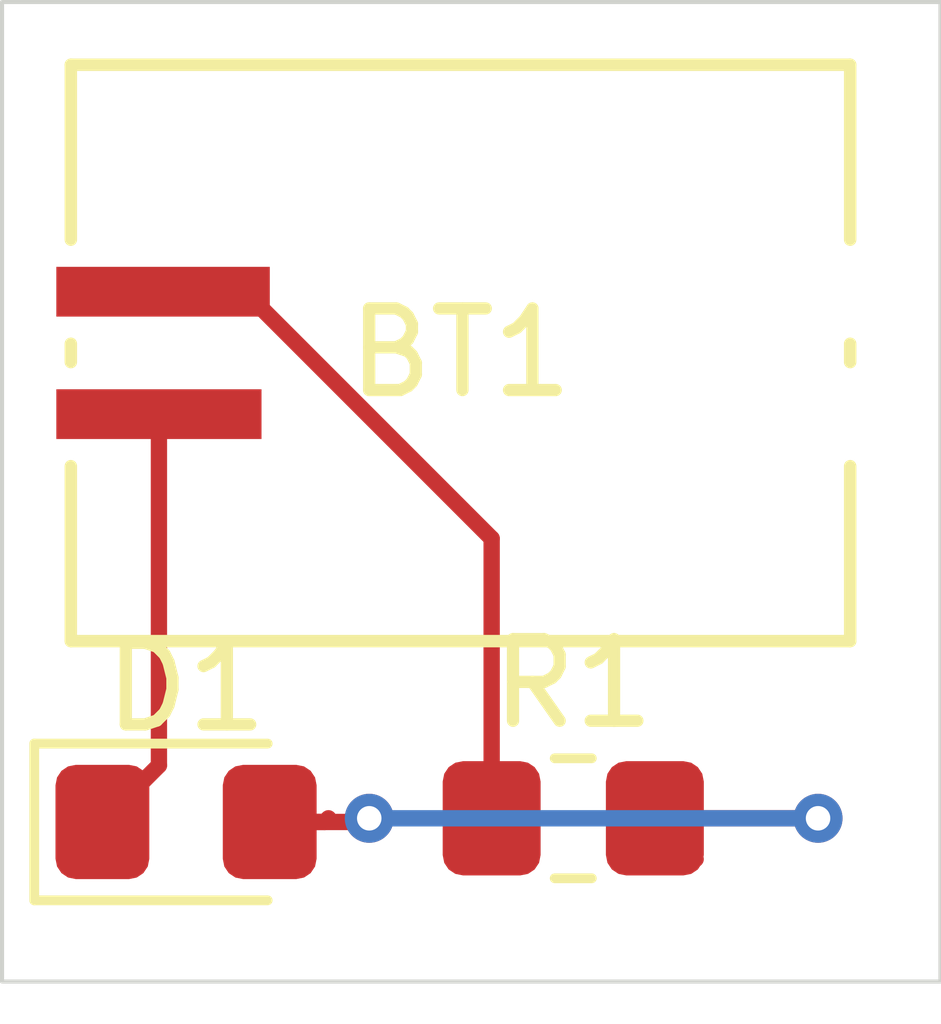
<source format=kicad_pcb>
(kicad_pcb (version 20240108) (generator "pcbnew") (generator_version "8.0")
  (title_block (title "Led Circuit") (date "2024-10-08") (rev "0.0"))
  (layers (0 "F.Cu" signal) (31 "B.Cu" signal) (34 "B.Paste" user) (35 "F.Paste" user) (36 "B.SilkS" user "B.Silkscreen") (37 "F.SilkS" user "F.Silkscreen") (38 "B.Mask" user) (39 "F.Mask" user) (44 "Edge.Cuts" user))
  (net 0 "")
  (net 1 "Net-(BT1--)")
  (net 2 "Net-(BT1-+)")
  (net 3 "Net-(D1-A)")
  (footprint "FS_3_Global_Footprint_Library:MS621FE-FL11E_SEC" (layer "F.Cu") (at 145.1182 98.7988)
    (property "Reference" "BT1" (at 0 0 0) (layer "F.SilkS"))
    (property "Value" "Battery_Cell")
    (fp_line (start -4.7752 -3.5306) (end -4.7752 -1.387541) (stroke (width 0.1524)) (layer "F.SilkS"))
    (fp_line (start -4.7752 -0.112461) (end -4.7752 0.112461) (stroke (width 0.1524)) (layer "F.SilkS"))
    (fp_line (start -4.7752 1.387541) (end -4.7752 3.5306) (stroke (width 0.1524)) (layer "F.SilkS"))
    (fp_line (start -4.7752 3.5306) (end 4.7752 3.5306) (stroke (width 0.1524)) (layer "F.SilkS"))
    (fp_line (start 4.7752 -3.5306) (end -4.7752 -3.5306) (stroke (width 0.1524)) (layer "F.SilkS"))
    (fp_line (start 4.7752 -1.387541) (end 4.7752 -3.5306) (stroke (width 0.1524)) (layer "F.SilkS"))
    (fp_line (start 4.7752 0.112461) (end 4.7752 -0.112461) (stroke (width 0.1524)) (layer "F.SilkS"))
    (fp_line (start 4.7752 3.5306) (end 4.7752 1.387541) (stroke (width 0.1524)) (layer "F.SilkS"))
    (pad "1" smd rect (at -3.6449 -0.750001) (size 2.6162 0.6096) (layers "F.Cu" "F.Paste" "F.Mask") (net 2 "Net-(BT1-+)"))
    (pad "2" smd rect (at -3.6957 0.750001) (size 2.5146 0.6096) (layers "F.Cu" "F.Paste" "F.Mask") (net 1 "Net-(BT1--)"))
  )
  (footprint "LED_SMD:LED_0805_2012Metric_Pad1.15x1.40mm_HandSolder" (layer "F.Cu") (at 141.755 104.545)
    (property "Reference" "D1" (at 0 -1.65 0) (layer "F.SilkS"))
    (property "Value" "LED")
    (fp_line (start -1.86 -0.96) (end -1.86 0.96) (stroke (width 0.12)) (layer "F.SilkS"))
    (fp_line (start -1.86 0.96) (end 1 0.96) (stroke (width 0.12)) (layer "F.SilkS"))
    (fp_line (start 1 -0.96) (end -1.86 -0.96) (stroke (width 0.12)) (layer "F.SilkS"))
    (pad "1" smd roundrect (at -1.025 0) (size 1.15 1.4) (layers "F.Cu" "F.Paste" "F.Mask") (roundrect_rratio 0.217391) (net 1 "Net-(BT1--)"))
    (pad "2" smd roundrect (at 1.025 0) (size 1.15 1.4) (layers "F.Cu" "F.Paste" "F.Mask") (roundrect_rratio 0.217391) (net 3 "Net-(D1-A)"))
  )
  (footprint "Resistor_SMD:R_0805_2012Metric_Pad1.20x1.40mm_HandSolder" (layer "F.Cu") (at 146.5 104.5)
    (property "Reference" "R1" (at 0 -1.65 0) (layer "F.SilkS"))
    (property "Value" "R")
    (fp_line (start -0.227064 -0.735) (end 0.227064 -0.735) (stroke (width 0.12)) (layer "F.SilkS"))
    (fp_line (start -0.227064 0.735) (end 0.227064 0.735) (stroke (width 0.12)) (layer "F.SilkS"))
    (pad "1" smd roundrect (at -1 0) (size 1.2 1.4) (layers "F.Cu" "F.Paste" "F.Mask") (roundrect_rratio 0.208333) (net 2 "Net-(BT1-+)"))
    (pad "2" smd roundrect (at 1 0) (size 1.2 1.4) (layers "F.Cu" "F.Paste" "F.Mask") (roundrect_rratio 0.208333) (net 3 "Net-(D1-A)"))
  )
  (gr_rect (start 139.5 94.5) (end 151 106.5) (stroke (width 0.05)) (fill none) (layer "Edge.Cuts"))
  (segment (start 141.4225 103.8525) (end 140.73 104.545) (width 0.2) (layer "F.Cu") (net 1))
  (segment (start 141.4225 99.548801) (end 141.4225 103.8525) (width 0.2) (layer "F.Cu") (net 1))
  (segment (start 145.5 101.072199) (end 145.5 104.5) (width 0.2) (layer "F.Cu") (net 2))
  (segment (start 142.4766 98.048799) (end 145.5 101.072199) (width 0.2) (layer "F.Cu") (net 2))
  (segment (start 141.4733 98.048799) (end 142.4766 98.048799) (width 0.2) (layer "F.Cu") (net 2))
  (segment (start 147.5 104.5) (end 148 105) (width 0.2) (layer "F.Cu") (net 3))
  (segment (start 143.955 104.545) (end 144 104.5) (width 0.2) (layer "F.Cu") (net 3))
  (segment (start 143.455 104.545) (end 143.5 104.5) (width 0.2) (layer "F.Cu") (net 3))
  (segment (start 142.78 104.545) (end 143.455 104.545) (width 0.2) (layer "F.Cu") (net 3))
  (segment (start 144 104.5) (end 144 104.584744) (width 0.2) (layer "F.Cu") (net 3))
  (segment (start 142.78 104.545) (end 143.955 104.545) (width 0.2) (layer "F.Cu") (net 3))
  (segment (start 149.5 104.5) (end 147.5 104.5) (width 0.2) (layer "F.Cu") (net 3))
  (via (at 149.5 104.5) (size 0.6) (drill 0.3) (layers "F.Cu" "B.Cu") (net 3))
  (via (at 144 104.5) (size 0.6) (drill 0.3) (layers "F.Cu" "B.Cu") (net 3))
  (segment (start 144 104.5) (end 149.5 104.5) (width 0.2) (layer "B.Cu") (net 3))
)
</source>
